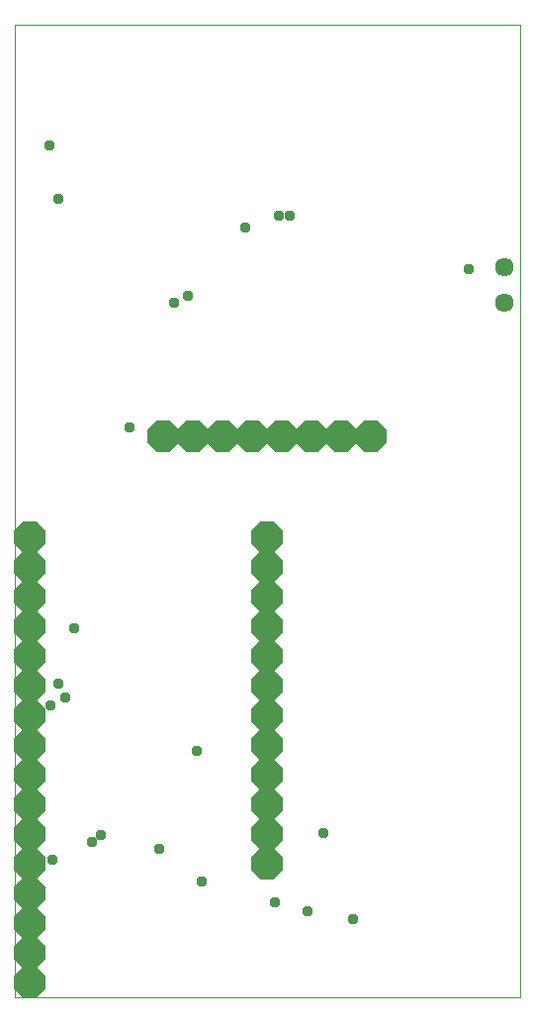
<source format=gbs>
G75*
%MOIN*%
%OFA0B0*%
%FSLAX25Y25*%
%IPPOS*%
%LPD*%
%AMOC8*
5,1,8,0,0,1.08239X$1,22.5*
%
%ADD10C,0.00000*%
%ADD11C,0.06343*%
%ADD12OC8,0.10800*%
%ADD13C,0.03778*%
D10*
X0057595Y0123933D02*
X0057595Y0451610D01*
X0227871Y0451610D01*
X0227871Y0123933D01*
X0057595Y0123933D01*
D11*
X0222595Y0358028D03*
X0222595Y0369839D03*
D12*
X0177595Y0313022D03*
X0167595Y0313022D03*
X0157595Y0313022D03*
X0147595Y0313022D03*
X0137595Y0313022D03*
X0127595Y0313022D03*
X0117595Y0313022D03*
X0107595Y0313022D03*
X0142595Y0278933D03*
X0142595Y0268933D03*
X0142595Y0258933D03*
X0142595Y0248933D03*
X0142595Y0238933D03*
X0142595Y0228933D03*
X0142595Y0218933D03*
X0142595Y0208933D03*
X0142595Y0198933D03*
X0142595Y0188933D03*
X0142595Y0178933D03*
X0142595Y0168933D03*
X0062595Y0168933D03*
X0062595Y0158933D03*
X0062595Y0148933D03*
X0062595Y0138933D03*
X0062595Y0128933D03*
X0062595Y0178933D03*
X0062595Y0188933D03*
X0062595Y0198933D03*
X0062595Y0208933D03*
X0062595Y0218933D03*
X0062595Y0228933D03*
X0062595Y0238933D03*
X0062595Y0248933D03*
X0062595Y0258933D03*
X0062595Y0268933D03*
X0062595Y0278933D03*
D13*
X0077395Y0248133D03*
X0071995Y0229533D03*
X0074395Y0224733D03*
X0069595Y0222333D03*
X0086395Y0178533D03*
X0083395Y0176133D03*
X0070195Y0170133D03*
X0106195Y0173733D03*
X0120595Y0162933D03*
X0145195Y0155733D03*
X0155995Y0152733D03*
X0161395Y0179133D03*
X0171595Y0150333D03*
X0118795Y0206733D03*
X0095995Y0315933D03*
X0110995Y0357933D03*
X0115795Y0360333D03*
X0134995Y0383133D03*
X0146395Y0387333D03*
X0149995Y0387333D03*
X0210595Y0369333D03*
X0071995Y0392733D03*
X0068995Y0410733D03*
M02*

</source>
